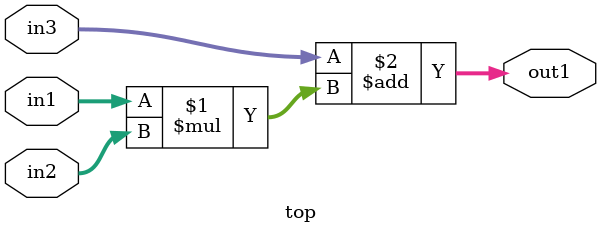
<source format=v>
module top(in1, in2, in3, out1);
  input [3:0] in1;
  input [3:0] in2;
  input [3:0] in3;
  output [3:0] out1;
  wire [3:0] in1;
  wire [3:0] in2;
  wire [3:0] in3;
  wire [3:0] out1;
  assign out1 = in3 + in1*in2;
endmodule

</source>
